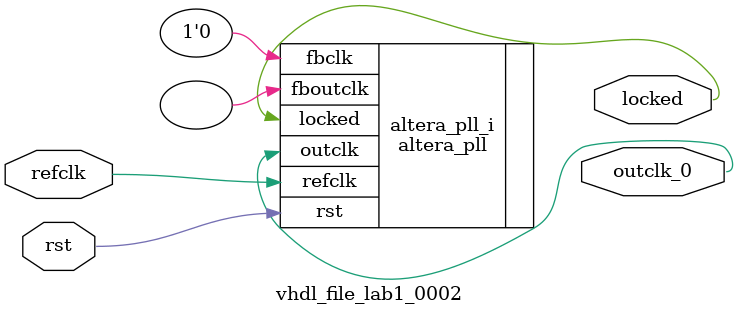
<source format=v>
`timescale 1ns/10ps
module  vhdl_file_lab1_0002(

	// interface 'refclk'
	input wire refclk,

	// interface 'reset'
	input wire rst,

	// interface 'outclk0'
	output wire outclk_0,

	// interface 'locked'
	output wire locked
);

	altera_pll #(
		.fractional_vco_multiplier("false"),
		.reference_clock_frequency("50.0 MHz"),
		.operation_mode("direct"),
		.number_of_clocks(1),
		.output_clock_frequency0("100.000000 MHz"),
		.phase_shift0("8500 ps"),
		.duty_cycle0(50),
		.output_clock_frequency1("0 MHz"),
		.phase_shift1("0 ps"),
		.duty_cycle1(50),
		.output_clock_frequency2("0 MHz"),
		.phase_shift2("0 ps"),
		.duty_cycle2(50),
		.output_clock_frequency3("0 MHz"),
		.phase_shift3("0 ps"),
		.duty_cycle3(50),
		.output_clock_frequency4("0 MHz"),
		.phase_shift4("0 ps"),
		.duty_cycle4(50),
		.output_clock_frequency5("0 MHz"),
		.phase_shift5("0 ps"),
		.duty_cycle5(50),
		.output_clock_frequency6("0 MHz"),
		.phase_shift6("0 ps"),
		.duty_cycle6(50),
		.output_clock_frequency7("0 MHz"),
		.phase_shift7("0 ps"),
		.duty_cycle7(50),
		.output_clock_frequency8("0 MHz"),
		.phase_shift8("0 ps"),
		.duty_cycle8(50),
		.output_clock_frequency9("0 MHz"),
		.phase_shift9("0 ps"),
		.duty_cycle9(50),
		.output_clock_frequency10("0 MHz"),
		.phase_shift10("0 ps"),
		.duty_cycle10(50),
		.output_clock_frequency11("0 MHz"),
		.phase_shift11("0 ps"),
		.duty_cycle11(50),
		.output_clock_frequency12("0 MHz"),
		.phase_shift12("0 ps"),
		.duty_cycle12(50),
		.output_clock_frequency13("0 MHz"),
		.phase_shift13("0 ps"),
		.duty_cycle13(50),
		.output_clock_frequency14("0 MHz"),
		.phase_shift14("0 ps"),
		.duty_cycle14(50),
		.output_clock_frequency15("0 MHz"),
		.phase_shift15("0 ps"),
		.duty_cycle15(50),
		.output_clock_frequency16("0 MHz"),
		.phase_shift16("0 ps"),
		.duty_cycle16(50),
		.output_clock_frequency17("0 MHz"),
		.phase_shift17("0 ps"),
		.duty_cycle17(50),
		.pll_type("General"),
		.pll_subtype("General")
	) altera_pll_i (
		.rst	(rst),
		.outclk	({outclk_0}),
		.locked	(locked),
		.fboutclk	( ),
		.fbclk	(1'b0),
		.refclk	(refclk)
	);
endmodule


</source>
